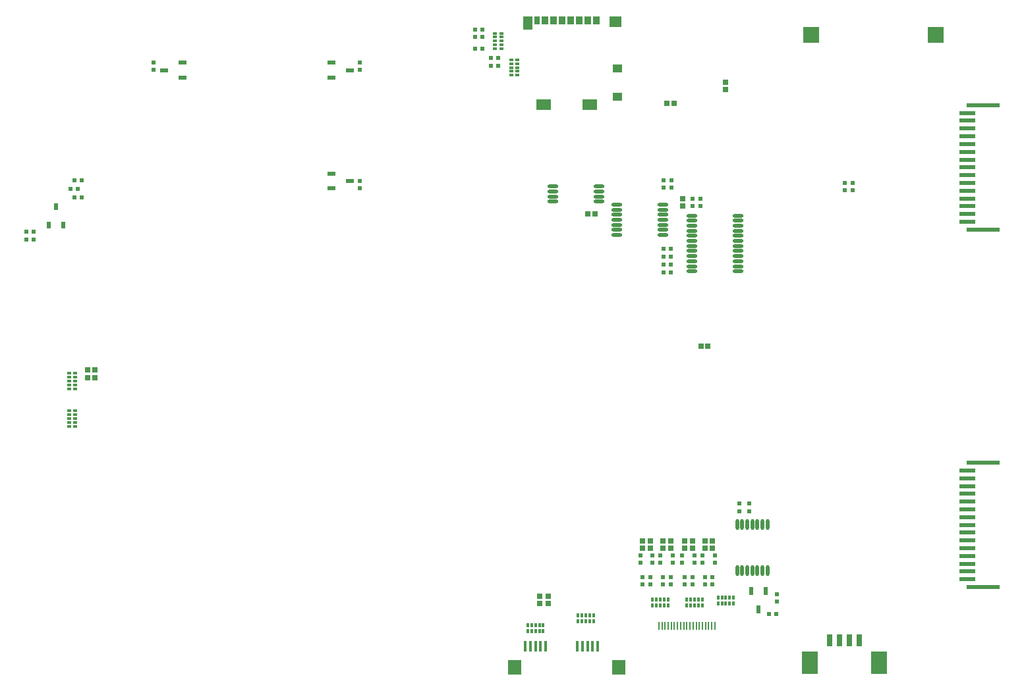
<source format=gbp>
G04 Layer_Color=128*
%FSLAX25Y25*%
%MOIN*%
G70*
G01*
G75*
%ADD10R,0.08268X0.11811*%
%ADD11R,0.03150X0.06299*%
%ADD16R,0.02520X0.02520*%
%ADD17R,0.02520X0.02520*%
%ADD18R,0.02362X0.02165*%
%ADD24R,0.02165X0.02362*%
%ADD29O,0.05512X0.01772*%
%ADD42R,0.03937X0.02362*%
%ADD52R,0.02362X0.03937*%
%ADD104R,0.07874X0.07874*%
%ADD105R,0.07087X0.07480*%
%ADD106R,0.01575X0.05315*%
%ADD107R,0.04724X0.03937*%
%ADD108R,0.07480X0.05315*%
%ADD109R,0.06102X0.05315*%
%ADD110R,0.04606X0.07087*%
%ADD111R,0.02953X0.04331*%
%ADD112R,0.03347X0.04331*%
%ADD113R,0.02165X0.01181*%
%ADD114R,0.02165X0.01575*%
%ADD115R,0.02362X0.03740*%
%ADD116R,0.16535X0.02362*%
%ADD117R,0.07874X0.02362*%
%ADD118O,0.01772X0.05512*%
%ADD119R,0.01181X0.02165*%
%ADD120R,0.01575X0.02165*%
%ADD121R,0.00906X0.03937*%
D10*
X176476Y-160433D02*
D03*
X211319D02*
D03*
D11*
X201279Y-149016D02*
D03*
X196358D02*
D03*
X191437D02*
D03*
X186516D02*
D03*
D16*
X-188819Y-12000D02*
D03*
X-185197D02*
D03*
X-188811Y-16000D02*
D03*
X-185189D02*
D03*
X104189Y123000D02*
D03*
X107811D02*
D03*
X63976Y66929D02*
D03*
X67598D02*
D03*
X124843Y0D02*
D03*
X121221D02*
D03*
D17*
X112205Y74646D02*
D03*
Y71024D02*
D03*
X127165Y-98583D02*
D03*
Y-102205D02*
D03*
X123228Y-98583D02*
D03*
Y-102205D02*
D03*
X116929Y-98583D02*
D03*
Y-102205D02*
D03*
X112992Y-98583D02*
D03*
Y-102205D02*
D03*
X105905Y-98583D02*
D03*
Y-102205D02*
D03*
X101969Y-98583D02*
D03*
Y-102205D02*
D03*
X95669Y-98583D02*
D03*
Y-102205D02*
D03*
X91732Y-98583D02*
D03*
Y-102205D02*
D03*
X39874Y-130457D02*
D03*
Y-126835D02*
D03*
X44000Y-130457D02*
D03*
Y-126835D02*
D03*
X133858Y133701D02*
D03*
Y130079D02*
D03*
D18*
X194095Y82579D02*
D03*
Y78839D02*
D03*
X-51181Y83760D02*
D03*
Y80020D02*
D03*
X-155512Y139862D02*
D03*
Y143602D02*
D03*
X-51181Y139862D02*
D03*
Y143602D02*
D03*
X102362Y80413D02*
D03*
Y84153D02*
D03*
X106299D02*
D03*
Y80413D02*
D03*
X117126Y74705D02*
D03*
Y70965D02*
D03*
X121063Y74705D02*
D03*
Y70965D02*
D03*
X198031Y82677D02*
D03*
Y78937D02*
D03*
X145669Y-79823D02*
D03*
Y-83563D02*
D03*
X140748Y-79823D02*
D03*
Y-83563D02*
D03*
X122047Y-106004D02*
D03*
Y-109744D02*
D03*
X118110Y-106004D02*
D03*
Y-109744D02*
D03*
X111811Y-106004D02*
D03*
Y-109744D02*
D03*
X128347Y-106004D02*
D03*
Y-109744D02*
D03*
X107087Y-106004D02*
D03*
Y-109744D02*
D03*
X96850Y-106004D02*
D03*
Y-109744D02*
D03*
X100787Y-106004D02*
D03*
Y-109744D02*
D03*
X90551Y-106004D02*
D03*
Y-109744D02*
D03*
X159843Y-125689D02*
D03*
Y-129429D02*
D03*
X112992Y-120768D02*
D03*
Y-117028D02*
D03*
X105905Y-120768D02*
D03*
Y-117028D02*
D03*
X101969Y-120768D02*
D03*
Y-117028D02*
D03*
X95669D02*
D03*
Y-120768D02*
D03*
X91732Y-117028D02*
D03*
Y-120768D02*
D03*
X123228D02*
D03*
Y-117028D02*
D03*
X127165Y-120768D02*
D03*
Y-117028D02*
D03*
X116929Y-120768D02*
D03*
Y-117028D02*
D03*
D24*
X10728Y160433D02*
D03*
X6988D02*
D03*
X10728Y156496D02*
D03*
X6988D02*
D03*
X10728Y150591D02*
D03*
X6988D02*
D03*
X-219870Y58000D02*
D03*
X-216130D02*
D03*
X-219870Y54000D02*
D03*
X-216130D02*
D03*
X-191831Y83858D02*
D03*
X-195571D02*
D03*
X-193996Y79528D02*
D03*
X-197736D02*
D03*
X-195571Y75197D02*
D03*
X-191831D02*
D03*
X106201Y49213D02*
D03*
X102461D02*
D03*
X106201Y45276D02*
D03*
X102461D02*
D03*
X106201Y41339D02*
D03*
X102461D02*
D03*
X106201Y37402D02*
D03*
X102461D02*
D03*
X159350Y-135827D02*
D03*
X155610D02*
D03*
X18799Y146063D02*
D03*
X15059D02*
D03*
X18799Y142126D02*
D03*
X15059D02*
D03*
D29*
X46386Y73161D02*
D03*
Y75721D02*
D03*
Y78280D02*
D03*
Y80839D02*
D03*
X69614Y73161D02*
D03*
Y75721D02*
D03*
Y78280D02*
D03*
Y80839D02*
D03*
X78786Y56323D02*
D03*
Y58882D02*
D03*
Y61441D02*
D03*
Y64000D02*
D03*
Y66559D02*
D03*
Y69118D02*
D03*
Y71677D02*
D03*
X102014Y56323D02*
D03*
Y58882D02*
D03*
Y61441D02*
D03*
Y64000D02*
D03*
Y66559D02*
D03*
Y69118D02*
D03*
Y71677D02*
D03*
X139992Y66075D02*
D03*
Y63516D02*
D03*
Y60957D02*
D03*
Y58398D02*
D03*
Y55839D02*
D03*
Y53280D02*
D03*
Y50721D02*
D03*
Y48161D02*
D03*
Y45602D02*
D03*
Y43043D02*
D03*
Y40484D02*
D03*
Y37925D02*
D03*
X116764Y66075D02*
D03*
Y63516D02*
D03*
Y60957D02*
D03*
Y58398D02*
D03*
Y55839D02*
D03*
Y53280D02*
D03*
Y50721D02*
D03*
Y48161D02*
D03*
Y45602D02*
D03*
Y43043D02*
D03*
Y40484D02*
D03*
Y37925D02*
D03*
D42*
X-56299Y83661D02*
D03*
X-65748Y87402D02*
D03*
Y79921D02*
D03*
X-150394Y139764D02*
D03*
X-140945Y136024D02*
D03*
Y143504D02*
D03*
X-56299Y139764D02*
D03*
X-65748Y143504D02*
D03*
Y136024D02*
D03*
D52*
X146653Y-124016D02*
D03*
X154134D02*
D03*
X150394Y-133465D02*
D03*
D104*
X177004Y157563D02*
D03*
X239996D02*
D03*
D105*
X79724Y-162598D02*
D03*
X27165D02*
D03*
D106*
X69095Y-152067D02*
D03*
D03*
X66535D02*
D03*
X63976D02*
D03*
X61417D02*
D03*
X58858D02*
D03*
X42717D02*
D03*
D03*
X40157D02*
D03*
X37598D02*
D03*
X35039D02*
D03*
X32480D02*
D03*
D107*
X78878Y126181D02*
D03*
Y140748D02*
D03*
D108*
X65098Y122343D02*
D03*
X41594D02*
D03*
D109*
X78189Y164469D02*
D03*
D110*
X33622Y163583D02*
D03*
D111*
X38386Y164961D02*
D03*
D112*
X42520D02*
D03*
X46850D02*
D03*
X51181D02*
D03*
X55512D02*
D03*
X59842D02*
D03*
X64173D02*
D03*
X68504D02*
D03*
D113*
X17185Y150591D02*
D03*
Y152559D02*
D03*
Y156496D02*
D03*
Y158465D02*
D03*
X20216Y150591D02*
D03*
Y152559D02*
D03*
Y156496D02*
D03*
Y158465D02*
D03*
X25256Y137205D02*
D03*
Y139173D02*
D03*
Y143110D02*
D03*
Y145079D02*
D03*
X28287Y137205D02*
D03*
Y139173D02*
D03*
Y143110D02*
D03*
Y145079D02*
D03*
X-195335Y-32677D02*
D03*
Y-34646D02*
D03*
Y-38583D02*
D03*
Y-40551D02*
D03*
X-198366Y-32677D02*
D03*
Y-34646D02*
D03*
Y-38583D02*
D03*
Y-40551D02*
D03*
Y-21654D02*
D03*
Y-19685D02*
D03*
Y-15748D02*
D03*
Y-13780D02*
D03*
X-195335Y-15748D02*
D03*
Y-13780D02*
D03*
Y-19685D02*
D03*
Y-21654D02*
D03*
D114*
X17185Y154528D02*
D03*
X20216D02*
D03*
X25256Y141142D02*
D03*
X28287D02*
D03*
X-195335Y-36614D02*
D03*
X-198366D02*
D03*
Y-17717D02*
D03*
X-195335D02*
D03*
D115*
X-205000Y70626D02*
D03*
X-208740Y61374D02*
D03*
X-201260D02*
D03*
D116*
X264173Y59055D02*
D03*
Y122047D02*
D03*
Y-122047D02*
D03*
Y-59055D02*
D03*
D117*
X255906Y110236D02*
D03*
Y78740D02*
D03*
Y74803D02*
D03*
Y86614D02*
D03*
Y82677D02*
D03*
Y66929D02*
D03*
Y62992D02*
D03*
Y70866D02*
D03*
Y106299D02*
D03*
Y102362D02*
D03*
Y118110D02*
D03*
Y114173D02*
D03*
Y94488D02*
D03*
Y90551D02*
D03*
Y98425D02*
D03*
Y-82677D02*
D03*
Y-102362D02*
D03*
Y-106299D02*
D03*
Y-94488D02*
D03*
Y-98425D02*
D03*
Y-114173D02*
D03*
Y-118110D02*
D03*
Y-110236D02*
D03*
Y-70866D02*
D03*
Y-74803D02*
D03*
Y-62992D02*
D03*
Y-66929D02*
D03*
Y-86614D02*
D03*
Y-90551D02*
D03*
Y-78740D02*
D03*
D118*
X139567Y-90354D02*
D03*
X142126D02*
D03*
X144685D02*
D03*
X147244D02*
D03*
X149803D02*
D03*
X152362D02*
D03*
X154921D02*
D03*
X139567Y-113583D02*
D03*
X142126D02*
D03*
X144685D02*
D03*
X147244D02*
D03*
X149803D02*
D03*
X152362D02*
D03*
X154921D02*
D03*
D119*
X137795Y-130256D02*
D03*
X135827D02*
D03*
X131890D02*
D03*
X129921D02*
D03*
X137795Y-127224D02*
D03*
X135827D02*
D03*
X131890D02*
D03*
X129921D02*
D03*
X59055Y-136279D02*
D03*
X61024D02*
D03*
X64961D02*
D03*
X66929D02*
D03*
X59055Y-139311D02*
D03*
X61024D02*
D03*
X64961D02*
D03*
X66929D02*
D03*
X33661Y-141201D02*
D03*
X35630D02*
D03*
X33661Y-144232D02*
D03*
X35630D02*
D03*
X39567D02*
D03*
X41535D02*
D03*
Y-141201D02*
D03*
X39567D02*
D03*
X96850Y-128405D02*
D03*
X98819D02*
D03*
X102756D02*
D03*
X104724D02*
D03*
X96850Y-131437D02*
D03*
X98819D02*
D03*
X102756D02*
D03*
X104724D02*
D03*
X122047D02*
D03*
X120079D02*
D03*
X116142D02*
D03*
X122047Y-128405D02*
D03*
X120079D02*
D03*
X116142D02*
D03*
X114173D02*
D03*
Y-131437D02*
D03*
D120*
X133858Y-130256D02*
D03*
Y-127224D02*
D03*
X62992Y-136279D02*
D03*
Y-139311D02*
D03*
X37598Y-141201D02*
D03*
Y-144232D02*
D03*
X100787Y-128405D02*
D03*
Y-131437D02*
D03*
X118110D02*
D03*
Y-128405D02*
D03*
D121*
X100000Y-141535D02*
D03*
X101575D02*
D03*
X103150D02*
D03*
X104724D02*
D03*
X106299D02*
D03*
X107874D02*
D03*
X109449D02*
D03*
X111024D02*
D03*
X112598D02*
D03*
X114173D02*
D03*
X115748D02*
D03*
X117323D02*
D03*
X118898D02*
D03*
X120472D02*
D03*
X122047D02*
D03*
X123622D02*
D03*
X125197D02*
D03*
X126772D02*
D03*
X128347D02*
D03*
M02*

</source>
